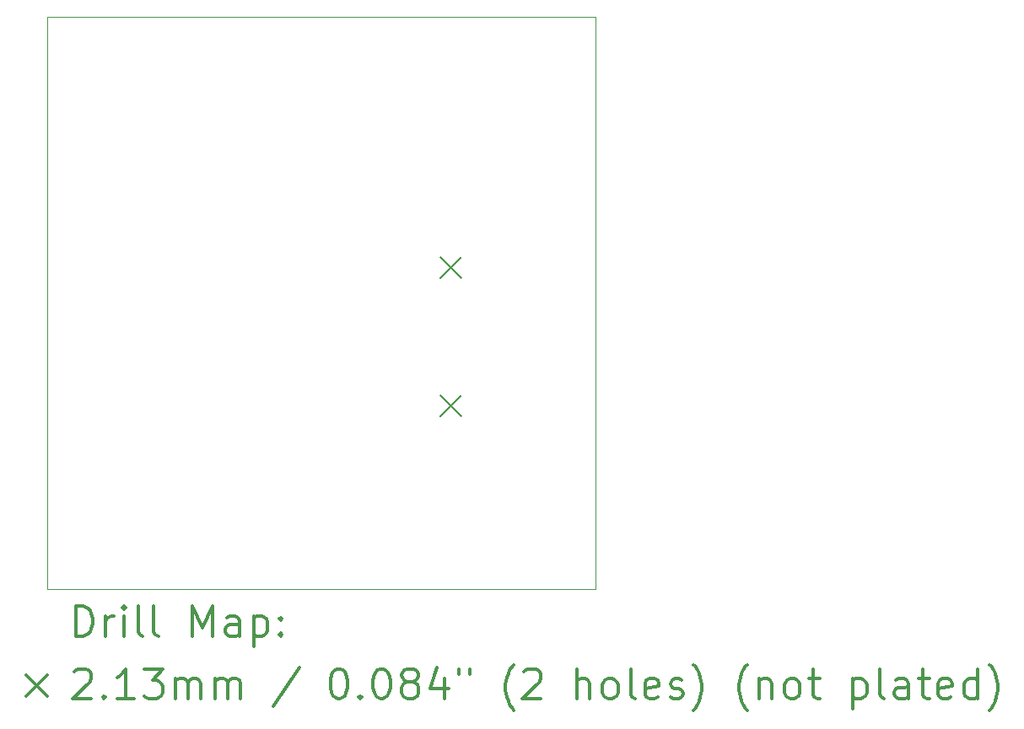
<source format=gbr>
%FSLAX45Y45*%
G04 Gerber Fmt 4.5, Leading zero omitted, Abs format (unit mm)*
G04 Created by KiCad (PCBNEW (5.1.2)-1) date 2019-10-11 14:14:24*
%MOMM*%
%LPD*%
G04 APERTURE LIST*
%ADD10C,0.050000*%
%ADD11C,0.200000*%
%ADD12C,0.300000*%
G04 APERTURE END LIST*
D10*
X13106400Y-7340600D02*
X18606400Y-7340600D01*
X13106400Y-13090600D02*
X13106400Y-7340600D01*
X18606400Y-13090600D02*
X13106400Y-13090600D01*
X18606400Y-7340600D02*
X18606400Y-13090600D01*
D11*
X17048700Y-9751700D02*
X17261700Y-9964700D01*
X17261700Y-9751700D02*
X17048700Y-9964700D01*
X17048700Y-11141700D02*
X17261700Y-11354700D01*
X17261700Y-11141700D02*
X17048700Y-11354700D01*
D12*
X13390328Y-13558814D02*
X13390328Y-13258814D01*
X13461757Y-13258814D01*
X13504614Y-13273100D01*
X13533186Y-13301671D01*
X13547471Y-13330243D01*
X13561757Y-13387386D01*
X13561757Y-13430243D01*
X13547471Y-13487386D01*
X13533186Y-13515957D01*
X13504614Y-13544529D01*
X13461757Y-13558814D01*
X13390328Y-13558814D01*
X13690328Y-13558814D02*
X13690328Y-13358814D01*
X13690328Y-13415957D02*
X13704614Y-13387386D01*
X13718900Y-13373100D01*
X13747471Y-13358814D01*
X13776043Y-13358814D01*
X13876043Y-13558814D02*
X13876043Y-13358814D01*
X13876043Y-13258814D02*
X13861757Y-13273100D01*
X13876043Y-13287386D01*
X13890328Y-13273100D01*
X13876043Y-13258814D01*
X13876043Y-13287386D01*
X14061757Y-13558814D02*
X14033186Y-13544529D01*
X14018900Y-13515957D01*
X14018900Y-13258814D01*
X14218900Y-13558814D02*
X14190328Y-13544529D01*
X14176043Y-13515957D01*
X14176043Y-13258814D01*
X14561757Y-13558814D02*
X14561757Y-13258814D01*
X14661757Y-13473100D01*
X14761757Y-13258814D01*
X14761757Y-13558814D01*
X15033186Y-13558814D02*
X15033186Y-13401671D01*
X15018900Y-13373100D01*
X14990328Y-13358814D01*
X14933186Y-13358814D01*
X14904614Y-13373100D01*
X15033186Y-13544529D02*
X15004614Y-13558814D01*
X14933186Y-13558814D01*
X14904614Y-13544529D01*
X14890328Y-13515957D01*
X14890328Y-13487386D01*
X14904614Y-13458814D01*
X14933186Y-13444529D01*
X15004614Y-13444529D01*
X15033186Y-13430243D01*
X15176043Y-13358814D02*
X15176043Y-13658814D01*
X15176043Y-13373100D02*
X15204614Y-13358814D01*
X15261757Y-13358814D01*
X15290328Y-13373100D01*
X15304614Y-13387386D01*
X15318900Y-13415957D01*
X15318900Y-13501671D01*
X15304614Y-13530243D01*
X15290328Y-13544529D01*
X15261757Y-13558814D01*
X15204614Y-13558814D01*
X15176043Y-13544529D01*
X15447471Y-13530243D02*
X15461757Y-13544529D01*
X15447471Y-13558814D01*
X15433186Y-13544529D01*
X15447471Y-13530243D01*
X15447471Y-13558814D01*
X15447471Y-13373100D02*
X15461757Y-13387386D01*
X15447471Y-13401671D01*
X15433186Y-13387386D01*
X15447471Y-13373100D01*
X15447471Y-13401671D01*
X12890900Y-13946600D02*
X13103900Y-14159600D01*
X13103900Y-13946600D02*
X12890900Y-14159600D01*
X13376043Y-13917386D02*
X13390328Y-13903100D01*
X13418900Y-13888814D01*
X13490328Y-13888814D01*
X13518900Y-13903100D01*
X13533186Y-13917386D01*
X13547471Y-13945957D01*
X13547471Y-13974529D01*
X13533186Y-14017386D01*
X13361757Y-14188814D01*
X13547471Y-14188814D01*
X13676043Y-14160243D02*
X13690328Y-14174529D01*
X13676043Y-14188814D01*
X13661757Y-14174529D01*
X13676043Y-14160243D01*
X13676043Y-14188814D01*
X13976043Y-14188814D02*
X13804614Y-14188814D01*
X13890328Y-14188814D02*
X13890328Y-13888814D01*
X13861757Y-13931671D01*
X13833186Y-13960243D01*
X13804614Y-13974529D01*
X14076043Y-13888814D02*
X14261757Y-13888814D01*
X14161757Y-14003100D01*
X14204614Y-14003100D01*
X14233186Y-14017386D01*
X14247471Y-14031671D01*
X14261757Y-14060243D01*
X14261757Y-14131671D01*
X14247471Y-14160243D01*
X14233186Y-14174529D01*
X14204614Y-14188814D01*
X14118900Y-14188814D01*
X14090328Y-14174529D01*
X14076043Y-14160243D01*
X14390328Y-14188814D02*
X14390328Y-13988814D01*
X14390328Y-14017386D02*
X14404614Y-14003100D01*
X14433186Y-13988814D01*
X14476043Y-13988814D01*
X14504614Y-14003100D01*
X14518900Y-14031671D01*
X14518900Y-14188814D01*
X14518900Y-14031671D02*
X14533186Y-14003100D01*
X14561757Y-13988814D01*
X14604614Y-13988814D01*
X14633186Y-14003100D01*
X14647471Y-14031671D01*
X14647471Y-14188814D01*
X14790328Y-14188814D02*
X14790328Y-13988814D01*
X14790328Y-14017386D02*
X14804614Y-14003100D01*
X14833186Y-13988814D01*
X14876043Y-13988814D01*
X14904614Y-14003100D01*
X14918900Y-14031671D01*
X14918900Y-14188814D01*
X14918900Y-14031671D02*
X14933186Y-14003100D01*
X14961757Y-13988814D01*
X15004614Y-13988814D01*
X15033186Y-14003100D01*
X15047471Y-14031671D01*
X15047471Y-14188814D01*
X15633186Y-13874529D02*
X15376043Y-14260243D01*
X16018900Y-13888814D02*
X16047471Y-13888814D01*
X16076043Y-13903100D01*
X16090328Y-13917386D01*
X16104614Y-13945957D01*
X16118900Y-14003100D01*
X16118900Y-14074529D01*
X16104614Y-14131671D01*
X16090328Y-14160243D01*
X16076043Y-14174529D01*
X16047471Y-14188814D01*
X16018900Y-14188814D01*
X15990328Y-14174529D01*
X15976043Y-14160243D01*
X15961757Y-14131671D01*
X15947471Y-14074529D01*
X15947471Y-14003100D01*
X15961757Y-13945957D01*
X15976043Y-13917386D01*
X15990328Y-13903100D01*
X16018900Y-13888814D01*
X16247471Y-14160243D02*
X16261757Y-14174529D01*
X16247471Y-14188814D01*
X16233186Y-14174529D01*
X16247471Y-14160243D01*
X16247471Y-14188814D01*
X16447471Y-13888814D02*
X16476043Y-13888814D01*
X16504614Y-13903100D01*
X16518900Y-13917386D01*
X16533186Y-13945957D01*
X16547471Y-14003100D01*
X16547471Y-14074529D01*
X16533186Y-14131671D01*
X16518900Y-14160243D01*
X16504614Y-14174529D01*
X16476043Y-14188814D01*
X16447471Y-14188814D01*
X16418900Y-14174529D01*
X16404614Y-14160243D01*
X16390328Y-14131671D01*
X16376043Y-14074529D01*
X16376043Y-14003100D01*
X16390328Y-13945957D01*
X16404614Y-13917386D01*
X16418900Y-13903100D01*
X16447471Y-13888814D01*
X16718900Y-14017386D02*
X16690328Y-14003100D01*
X16676043Y-13988814D01*
X16661757Y-13960243D01*
X16661757Y-13945957D01*
X16676043Y-13917386D01*
X16690328Y-13903100D01*
X16718900Y-13888814D01*
X16776043Y-13888814D01*
X16804614Y-13903100D01*
X16818900Y-13917386D01*
X16833186Y-13945957D01*
X16833186Y-13960243D01*
X16818900Y-13988814D01*
X16804614Y-14003100D01*
X16776043Y-14017386D01*
X16718900Y-14017386D01*
X16690328Y-14031671D01*
X16676043Y-14045957D01*
X16661757Y-14074529D01*
X16661757Y-14131671D01*
X16676043Y-14160243D01*
X16690328Y-14174529D01*
X16718900Y-14188814D01*
X16776043Y-14188814D01*
X16804614Y-14174529D01*
X16818900Y-14160243D01*
X16833186Y-14131671D01*
X16833186Y-14074529D01*
X16818900Y-14045957D01*
X16804614Y-14031671D01*
X16776043Y-14017386D01*
X17090328Y-13988814D02*
X17090328Y-14188814D01*
X17018900Y-13874529D02*
X16947471Y-14088814D01*
X17133186Y-14088814D01*
X17233186Y-13888814D02*
X17233186Y-13945957D01*
X17347471Y-13888814D02*
X17347471Y-13945957D01*
X17790328Y-14303100D02*
X17776043Y-14288814D01*
X17747471Y-14245957D01*
X17733186Y-14217386D01*
X17718900Y-14174529D01*
X17704614Y-14103100D01*
X17704614Y-14045957D01*
X17718900Y-13974529D01*
X17733186Y-13931671D01*
X17747471Y-13903100D01*
X17776043Y-13860243D01*
X17790328Y-13845957D01*
X17890328Y-13917386D02*
X17904614Y-13903100D01*
X17933186Y-13888814D01*
X18004614Y-13888814D01*
X18033186Y-13903100D01*
X18047471Y-13917386D01*
X18061757Y-13945957D01*
X18061757Y-13974529D01*
X18047471Y-14017386D01*
X17876043Y-14188814D01*
X18061757Y-14188814D01*
X18418900Y-14188814D02*
X18418900Y-13888814D01*
X18547471Y-14188814D02*
X18547471Y-14031671D01*
X18533186Y-14003100D01*
X18504614Y-13988814D01*
X18461757Y-13988814D01*
X18433186Y-14003100D01*
X18418900Y-14017386D01*
X18733186Y-14188814D02*
X18704614Y-14174529D01*
X18690328Y-14160243D01*
X18676043Y-14131671D01*
X18676043Y-14045957D01*
X18690328Y-14017386D01*
X18704614Y-14003100D01*
X18733186Y-13988814D01*
X18776043Y-13988814D01*
X18804614Y-14003100D01*
X18818900Y-14017386D01*
X18833186Y-14045957D01*
X18833186Y-14131671D01*
X18818900Y-14160243D01*
X18804614Y-14174529D01*
X18776043Y-14188814D01*
X18733186Y-14188814D01*
X19004614Y-14188814D02*
X18976043Y-14174529D01*
X18961757Y-14145957D01*
X18961757Y-13888814D01*
X19233186Y-14174529D02*
X19204614Y-14188814D01*
X19147471Y-14188814D01*
X19118900Y-14174529D01*
X19104614Y-14145957D01*
X19104614Y-14031671D01*
X19118900Y-14003100D01*
X19147471Y-13988814D01*
X19204614Y-13988814D01*
X19233186Y-14003100D01*
X19247471Y-14031671D01*
X19247471Y-14060243D01*
X19104614Y-14088814D01*
X19361757Y-14174529D02*
X19390328Y-14188814D01*
X19447471Y-14188814D01*
X19476043Y-14174529D01*
X19490328Y-14145957D01*
X19490328Y-14131671D01*
X19476043Y-14103100D01*
X19447471Y-14088814D01*
X19404614Y-14088814D01*
X19376043Y-14074529D01*
X19361757Y-14045957D01*
X19361757Y-14031671D01*
X19376043Y-14003100D01*
X19404614Y-13988814D01*
X19447471Y-13988814D01*
X19476043Y-14003100D01*
X19590328Y-14303100D02*
X19604614Y-14288814D01*
X19633186Y-14245957D01*
X19647471Y-14217386D01*
X19661757Y-14174529D01*
X19676043Y-14103100D01*
X19676043Y-14045957D01*
X19661757Y-13974529D01*
X19647471Y-13931671D01*
X19633186Y-13903100D01*
X19604614Y-13860243D01*
X19590328Y-13845957D01*
X20133186Y-14303100D02*
X20118900Y-14288814D01*
X20090328Y-14245957D01*
X20076043Y-14217386D01*
X20061757Y-14174529D01*
X20047471Y-14103100D01*
X20047471Y-14045957D01*
X20061757Y-13974529D01*
X20076043Y-13931671D01*
X20090328Y-13903100D01*
X20118900Y-13860243D01*
X20133186Y-13845957D01*
X20247471Y-13988814D02*
X20247471Y-14188814D01*
X20247471Y-14017386D02*
X20261757Y-14003100D01*
X20290328Y-13988814D01*
X20333186Y-13988814D01*
X20361757Y-14003100D01*
X20376043Y-14031671D01*
X20376043Y-14188814D01*
X20561757Y-14188814D02*
X20533186Y-14174529D01*
X20518900Y-14160243D01*
X20504614Y-14131671D01*
X20504614Y-14045957D01*
X20518900Y-14017386D01*
X20533186Y-14003100D01*
X20561757Y-13988814D01*
X20604614Y-13988814D01*
X20633186Y-14003100D01*
X20647471Y-14017386D01*
X20661757Y-14045957D01*
X20661757Y-14131671D01*
X20647471Y-14160243D01*
X20633186Y-14174529D01*
X20604614Y-14188814D01*
X20561757Y-14188814D01*
X20747471Y-13988814D02*
X20861757Y-13988814D01*
X20790328Y-13888814D02*
X20790328Y-14145957D01*
X20804614Y-14174529D01*
X20833186Y-14188814D01*
X20861757Y-14188814D01*
X21190328Y-13988814D02*
X21190328Y-14288814D01*
X21190328Y-14003100D02*
X21218900Y-13988814D01*
X21276043Y-13988814D01*
X21304614Y-14003100D01*
X21318900Y-14017386D01*
X21333186Y-14045957D01*
X21333186Y-14131671D01*
X21318900Y-14160243D01*
X21304614Y-14174529D01*
X21276043Y-14188814D01*
X21218900Y-14188814D01*
X21190328Y-14174529D01*
X21504614Y-14188814D02*
X21476043Y-14174529D01*
X21461757Y-14145957D01*
X21461757Y-13888814D01*
X21747471Y-14188814D02*
X21747471Y-14031671D01*
X21733186Y-14003100D01*
X21704614Y-13988814D01*
X21647471Y-13988814D01*
X21618900Y-14003100D01*
X21747471Y-14174529D02*
X21718900Y-14188814D01*
X21647471Y-14188814D01*
X21618900Y-14174529D01*
X21604614Y-14145957D01*
X21604614Y-14117386D01*
X21618900Y-14088814D01*
X21647471Y-14074529D01*
X21718900Y-14074529D01*
X21747471Y-14060243D01*
X21847471Y-13988814D02*
X21961757Y-13988814D01*
X21890328Y-13888814D02*
X21890328Y-14145957D01*
X21904614Y-14174529D01*
X21933186Y-14188814D01*
X21961757Y-14188814D01*
X22176043Y-14174529D02*
X22147471Y-14188814D01*
X22090328Y-14188814D01*
X22061757Y-14174529D01*
X22047471Y-14145957D01*
X22047471Y-14031671D01*
X22061757Y-14003100D01*
X22090328Y-13988814D01*
X22147471Y-13988814D01*
X22176043Y-14003100D01*
X22190328Y-14031671D01*
X22190328Y-14060243D01*
X22047471Y-14088814D01*
X22447471Y-14188814D02*
X22447471Y-13888814D01*
X22447471Y-14174529D02*
X22418900Y-14188814D01*
X22361757Y-14188814D01*
X22333186Y-14174529D01*
X22318900Y-14160243D01*
X22304614Y-14131671D01*
X22304614Y-14045957D01*
X22318900Y-14017386D01*
X22333186Y-14003100D01*
X22361757Y-13988814D01*
X22418900Y-13988814D01*
X22447471Y-14003100D01*
X22561757Y-14303100D02*
X22576043Y-14288814D01*
X22604614Y-14245957D01*
X22618900Y-14217386D01*
X22633186Y-14174529D01*
X22647471Y-14103100D01*
X22647471Y-14045957D01*
X22633186Y-13974529D01*
X22618900Y-13931671D01*
X22604614Y-13903100D01*
X22576043Y-13860243D01*
X22561757Y-13845957D01*
M02*

</source>
